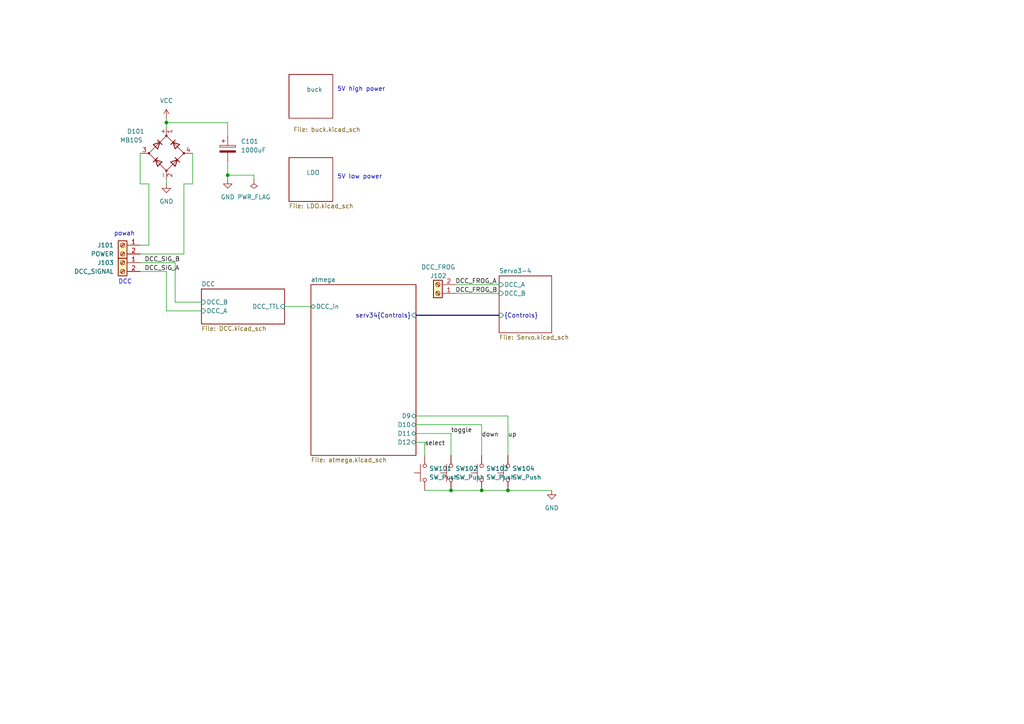
<source format=kicad_sch>
(kicad_sch (version 20230121) (generator eeschema)
  (paper "A4")
  (title_block (title "OS-ServoDriver") (company "Train-Science"))
  (lib_symbols
    (symbol "Connector:Screw_Terminal_01x02" (pin_names (offset 1.016) hide)
      (property "Reference" "J" (at 0 2.54 0))
      (property "Value" "Screw_Terminal_01x02" (at 0 -5.08 0))
      (symbol "Screw_Terminal_01x02_1_1"
        (rectangle (start -1.27 1.27) (end 1.27 -3.81) (stroke (width 0.254)) (fill (type background)))
        (circle (center 0 -2.54) (radius 0.635) (stroke (width 0.1524)))
        (polyline (pts (xy -0.5334 -2.2098) (xy 0.3302 -3.048)) (stroke (width 0.1524)))
        (polyline (pts (xy -0.5334 0.3302) (xy 0.3302 -0.508)) (stroke (width 0.1524)))
        (polyline (pts (xy -0.3556 -2.032) (xy 0.508 -2.8702)) (stroke (width 0.1524)))
        (polyline (pts (xy -0.3556 0.508) (xy 0.508 -0.3302)) (stroke (width 0.1524)))
        (circle (center 0 0) (radius 0.635) (stroke (width 0.1524)))
        (pin passive line (at -5.08 0 0) (length 3.81) (name "Pin_1") (number "1"))
        (pin passive line (at -5.08 -2.54 0) (length 3.81) (name "Pin_2") (number "2"))
      )
    )
    (symbol "Device:C_Polarized" (pin_numbers hide) (pin_names (offset 0.254))
      (property "Reference" "C" (at 0.635 2.54 0))
      (property "Value" "C_Polarized" (at 0.635 -2.54 0))
      (symbol "C_Polarized_0_1"
        (rectangle (start -2.286 0.508) (end 2.286 1.016))
        (polyline (pts (xy -1.778 2.286) (xy -0.762 2.286)))
        (polyline (pts (xy -1.27 2.794) (xy -1.27 1.778)))
        (rectangle (start 2.286 -0.508) (end -2.286 -1.016) (fill (type outline)))
      )
      (symbol "C_Polarized_1_1"
        (pin passive line (at 0 3.81 270) (length 2.794) (name "~") (number "1"))
        (pin passive line (at 0 -3.81 90) (length 2.794) (name "~") (number "2"))
      )
    )
    (symbol "custom_kicad_lib_sk:MB10S" (pin_names (offset 0))
      (property "Reference" "D" (at 2.54 6.985 0))
      (property "Value" "MB10S" (at 2.54 5.08 0))
      (symbol "MB10S_0_1"
        (circle (center -5.08 0) (radius 0.254) (fill (type outline)))
        (circle (center 0 -5.08) (radius 0.254) (fill (type outline)))
        (polyline (pts (xy -2.54 3.81) (xy -1.27 2.54)) (stroke (width 0.254)))
        (polyline (pts (xy -1.27 -2.54) (xy -2.54 -3.81)) (stroke (width 0.254)))
        (polyline (pts (xy 2.54 -1.27) (xy 3.81 -2.54)) (stroke (width 0.254)))
        (polyline (pts (xy 2.54 1.27) (xy 3.81 2.54)) (stroke (width 0.254)))
        (polyline (pts (xy -3.81 2.54) (xy -2.54 1.27) (xy -1.905 3.175) (xy -3.81 2.54)) (stroke (width 0.254)))
        (polyline (pts (xy -2.54 -1.27) (xy -3.81 -2.54) (xy -1.905 -3.175) (xy -2.54 -1.27)) (stroke (width 0.254)))
        (polyline (pts (xy 1.27 2.54) (xy 2.54 3.81) (xy 3.175 1.905) (xy 1.27 2.54)) (stroke (width 0.254)))
        (polyline (pts (xy 3.175 -1.905) (xy 1.27 -2.54) (xy 2.54 -3.81) (xy 3.175 -1.905)) (stroke (width 0.254)))
        (polyline (pts (xy -5.08 0) (xy 0 -5.08) (xy 5.08 0) (xy 0 5.08) (xy -5.08 0)))
        (circle (center 0 5.08) (radius 0.254) (fill (type outline)))
        (circle (center 5.08 0) (radius 0.254) (fill (type outline)))
      )
      (symbol "MB10S_1_1"
        (pin passive line (at 7.62 0 180) (length 2.54) (name "+") (number "1"))
        (pin passive line (at -7.62 0 0) (length 2.54) (name "-") (number "2"))
        (pin passive line (at 0 7.62 270) (length 2.54) (name "~") (number "3"))
        (pin passive line (at 0 -7.62 90) (length 2.54) (name "~") (number "4"))
      )
    )
    (symbol "custom_kicad_lib_sk:tactile_SMD_6mm" (pin_numbers hide) (pin_names (offset 1.016) hide)
      (property "Reference" "SW" (at 1.27 2.54 0))
      (property "Value" "SW_Push" (at 0 -1.524 0))
      (symbol "tactile_SMD_6mm_0_1"
        (circle (center -2.032 0) (radius 0.508))
        (polyline (pts (xy 0 1.27) (xy 0 3.048)))
        (polyline (pts (xy 2.54 1.27) (xy -2.54 1.27)))
        (circle (center 2.032 0) (radius 0.508))
        (pin passive line (at -5.08 0 0) (length 2.54) (name "1") (number "1"))
        (pin passive line (at 5.08 0 180) (length 2.54) (name "2") (number "2"))
      )
    )
    (symbol "power:GND" (power) (pin_names (offset 0))
      (property "Value" "GND" (at 0 -3.81 0))
      (symbol "GND_0_1"
        (polyline (pts (xy 0 0) (xy 0 -1.27) (xy 1.27 -1.27) (xy 0 -2.54) (xy -1.27 -1.27) (xy 0 -1.27)))
      )
      (symbol "GND_1_1"
        (pin power_in line (at 0 0 270) (length 0) hide (name "GND") (number "1"))
      )
    )
    (symbol "power:PWR_FLAG" (power) (pin_numbers hide) (pin_names (offset 0) hide)
      (property "Value" "PWR_FLAG" (at 0 3.81 0))
      (symbol "PWR_FLAG_0_0"
        (pin power_out line (at 0 0 90) (length 0) (name "pwr") (number "1"))
      )
      (symbol "PWR_FLAG_0_1"
        (polyline (pts (xy 0 0) (xy 0 1.27) (xy -1.016 1.905) (xy 0 2.54) (xy 1.016 1.905) (xy 0 1.27)))
      )
    )
    (symbol "power:VCC" (power) (pin_names (offset 0))
      (property "Value" "VCC" (at 0 3.81 0))
      (symbol "VCC_0_1"
        (polyline (pts (xy -0.762 1.27) (xy 0 2.54)))
        (polyline (pts (xy 0 0) (xy 0 2.54)))
        (polyline (pts (xy 0 2.54) (xy 0.762 1.27)))
      )
      (symbol "VCC_1_1"
        (pin power_in line (at 0 0 90) (length 0) hide (name "VCC") (number "1"))
      )
    )
  )
  (bus_alias "Controls" (members "Servo1" "Servo2" "Relay1" "Relay2" "Relay3" "Relay4"))
  (junction (at 48.26 35.56))
  (junction (at 130.81 142.24))
  (junction (at 139.7 142.24))
  (junction (at 147.32 142.24))
  (junction (at 66.04 50.8))
  (wire (pts (xy 82.55 88.9) (xy 90.17 88.9)))
  (wire (pts (xy 66.04 50.8) (xy 73.66 50.8)))
  (wire (pts (xy 66.04 50.8) (xy 66.04 52.07)))
  (wire (pts (xy 48.26 90.17) (xy 58.42 90.17)))
  (wire (pts (xy 50.8 76.2) (xy 50.8 87.63)))
  (wire (pts (xy 139.7 123.19) (xy 139.7 132.08)))
  (wire (pts (xy 123.19 142.24) (xy 130.81 142.24)))
  (wire (pts (xy 132.08 85.09) (xy 144.78 85.09)))
  (wire (pts (xy 132.08 82.55) (xy 144.78 82.55)))
  (wire (pts (xy 120.65 125.73) (xy 130.81 125.73)))
  (wire (pts (xy 120.65 123.19) (xy 139.7 123.19)))
  (wire (pts (xy 53.34 73.66) (xy 53.34 53.34)))
  (wire (pts (xy 147.32 120.65) (xy 147.32 132.08)))
  (wire (pts (xy 48.26 36.83) (xy 48.26 35.56)))
  (wire (pts (xy 50.8 87.63) (xy 58.42 87.63)))
  (wire (pts (xy 40.64 76.2) (xy 50.8 76.2)))
  (wire (pts (xy 130.81 142.24) (xy 139.7 142.24)))
  (wire (pts (xy 123.19 128.27) (xy 120.65 128.27)))
  (wire (pts (xy 120.65 120.65) (xy 147.32 120.65)))
  (wire (pts (xy 66.04 46.99) (xy 66.04 50.8)))
  (wire (pts (xy 73.66 52.07) (xy 73.66 50.8)))
  (wire (pts (xy 55.88 53.34) (xy 55.88 44.45)))
  (wire (pts (xy 40.64 71.12) (xy 43.18 71.12)))
  (wire (pts (xy 147.32 142.24) (xy 160.02 142.24)))
  (wire (pts (xy 48.26 53.34) (xy 48.26 52.07)))
  (wire (pts (xy 139.7 142.24) (xy 147.32 142.24)))
  (wire (pts (xy 40.64 73.66) (xy 53.34 73.66)))
  (wire (pts (xy 53.34 53.34) (xy 55.88 53.34)))
  (wire (pts (xy 40.64 78.74) (xy 48.26 78.74)))
  (wire (pts (xy 66.04 35.56) (xy 66.04 39.37)))
  (wire (pts (xy 43.18 71.12) (xy 43.18 53.34)))
  (wire (pts (xy 40.64 44.45) (xy 40.64 53.34)))
  (wire (pts (xy 48.26 78.74) (xy 48.26 90.17)))
  (wire (pts (xy 43.18 53.34) (xy 40.64 53.34)))
  (wire (pts (xy 48.26 35.56) (xy 66.04 35.56)))
  (bus (pts (xy 120.65 91.44) (xy 144.78 91.44)))
  (wire (pts (xy 48.26 34.29) (xy 48.26 35.56)))
  (wire (pts (xy 123.19 132.08) (xy 123.19 128.27)))
  (wire (pts (xy 130.81 132.08) (xy 130.81 125.73)))
  (text "powah" (at 33.02 68.58 0) (effects (font (size 1.27 1.27)) (justify left bottom)))
  (text "5V high power" (at 97.79 26.67 0) (effects (font (size 1.27 1.27)) (justify left bottom)))
  (text "DCC" (at 34.29 82.55 0) (effects (font (size 1.27 1.27)) (justify left bottom)))
  (text "5V low power" (at 97.79 52.07 0) (effects (font (size 1.27 1.27)) (justify left bottom)))
  (label "toggle" (at 130.81 125.73 0))
  (label "DCC_SIG_A" (at 41.91 78.74 0))
  (label "down" (at 139.7 127 0))
  (label "up" (at 147.32 127 0))
  (label "DCC_SIG_B" (at 41.91 76.2 0))
  (label "select" (at 123.19 129.54 0))
  (label "DCC_FROG_A" (at 132.08 82.55 0))
  (label "DCC_FROG_B" (at 132.08 85.09 0))
  (symbol (lib_id "custom_kicad_lib_sk:tactile_SMD_6mm") (at 123.19 137.16 90) (unit 1)
    (property "Reference" "SW101" (at 124.46 135.89 90) (effects (justify right)))
    (property "Value" "SW_Push" (at 124.46 138.43 90) (effects (justify right)))
    (property "Footprint" "custom_kicad_lib_sk:tactile_SMD_6mm" (effects hide))
    (property "JLCPCB Part#" "C294567" (effects hide))
  )
  (symbol (lib_id "Device:C_Polarized") (at 66.04 43.18 0) (unit 1)
    (property "Reference" "C101" (at 69.85 41.021 0) (effects (justify left)))
    (property "Value" "1000uF" (at 69.85 43.561 0) (effects (justify left)))
    (property "Footprint" "Capacitor_SMD:CP_Elec_8x10.5" (effects hide))
    (property "JLCPCB Part#" "C5162347" (effects hide))
  )
  (symbol (lib_id "power:PWR_FLAG") (at 73.66 52.07 180) (unit 1)
    (property "Reference" "#FLG0703" (effects hide))
    (property "Value" "PWR_FLAG" (at 73.66 57.15 0))
  )
  (symbol (lib_id "custom_kicad_lib_sk:tactile_SMD_6mm") (at 147.32 137.16 90) (unit 1)
    (property "Reference" "SW104" (at 148.59 135.89 90) (effects (justify right)))
    (property "Value" "SW_Push" (at 148.59 138.43 90) (effects (justify right)))
    (property "Footprint" "custom_kicad_lib_sk:tactile_SMD_6mm" (effects hide))
    (property "JLCPCB Part#" "C294567" (effects hide))
  )
  (symbol (lib_id "Connector:Screw_Terminal_01x02") (at 127 85.09 180) (unit 1)
    (property "Reference" "J102" (at 129.54 80.01 0) (effects (justify left)))
    (property "Value" "DCC_FROG" (at 132.08 77.47 0) (effects (justify left)))
    (property "Footprint" "TerminalBlock_Phoenix:TerminalBlock_Phoenix_MKDS-1,5-2-5.08_1x02_P5.08mm_Horizontal" (effects hide))
    (property "JLCPCB Part#" "C8465" (effects hide))
  )
  (symbol (lib_id "power:GND") (at 66.04 52.07 0) (unit 1)
    (property "Reference" "#PWR0101" (effects hide))
    (property "Value" "GND" (at 66.04 57.15 0))
  )
  (symbol (lib_id "power:VCC") (at 48.26 34.29 0) (unit 1)
    (property "Reference" "#PWR0708" (effects hide))
    (property "Value" "VCC" (at 48.26 29.21 0))
  )
  (symbol (lib_id "custom_kicad_lib_sk:tactile_SMD_6mm") (at 139.7 137.16 90) (unit 1)
    (property "Reference" "SW103" (at 140.97 135.89 90) (effects (justify right)))
    (property "Value" "SW_Push" (at 140.97 138.43 90) (effects (justify right)))
    (property "Footprint" "custom_kicad_lib_sk:tactile_SMD_6mm" (effects hide))
    (property "JLCPCB Part#" "C294567" (effects hide))
  )
  (symbol (lib_id "power:GND") (at 48.26 53.34 0) (unit 1)
    (property "Reference" "#PWR0709" (effects hide))
    (property "Value" "GND" (at 48.26 58.42 0))
  )
  (symbol (lib_id "custom_kicad_lib_sk:tactile_SMD_6mm") (at 130.81 137.16 90) (unit 1)
    (property "Reference" "SW102" (at 132.08 135.89 90) (effects (justify right)))
    (property "Value" "SW_Push" (at 132.08 138.43 90) (effects (justify right)))
    (property "Footprint" "custom_kicad_lib_sk:tactile_SMD_6mm" (effects hide))
    (property "JLCPCB Part#" "C294567" (effects hide))
  )
  (symbol (lib_id "power:GND") (at 160.02 142.24 0) (unit 1)
    (property "Reference" "#PWR0701" (effects hide))
    (property "Value" "GND" (at 160.02 147.32 0))
  )
  (symbol (lib_id "Connector:Screw_Terminal_01x02") (at 35.56 76.2 0) (mirror y) (unit 1)
    (property "Reference" "J103" (at 33.02 76.2 0) (effects (justify left)))
    (property "Value" "DCC_SIGNAL" (at 33.02 78.74 0) (effects (justify left)))
    (property "Footprint" "TerminalBlock_Phoenix:TerminalBlock_Phoenix_MKDS-1,5-2-5.08_1x02_P5.08mm_Horizontal" (effects hide))
    (property "JLCPCB Part#" "C8465" (effects hide))
  )
  (symbol (lib_id "custom_kicad_lib_sk:MB10S") (at 48.26 44.45 90) (unit 1)
    (property "Reference" "D101" (at 39.37 38.1 90))
    (property "Value" "MB10S" (at 38.1 40.64 90))
    (property "Footprint" "Package_TO_SOT_SMD:TO-269AA" (effects hide))
    (property "JLCPCB Part#" "C2488" (effects hide))
  )
  (symbol (lib_id "Connector:Screw_Terminal_01x02") (at 35.56 71.12 0) (mirror y) (unit 1)
    (property "Reference" "J101" (at 33.02 71.12 0) (effects (justify left)))
    (property "Value" "POWER" (at 33.02 73.66 0) (effects (justify left)))
    (property "Footprint" "TerminalBlock_Phoenix:TerminalBlock_Phoenix_MKDS-1,5-2-5.08_1x02_P5.08mm_Horizontal" (effects hide))
    (property "JLCPCB Part#" "C8465" (effects hide))
  )
  (sheet (at 83.82 21.59) (size 12.7 12.7) (stroke (width 0.1524))
    (property "Sheetname" "buck" (at 88.9 26.67 0) (effects (justify left bottom)))
    (property "Sheetfile" "buck.kicad_sch" (at 85.09 36.83 0) (effects (justify left top)))
  )
  (sheet (at 83.82 45.72) (size 12.7 12.7) (stroke (width 0.1524))
    (property "Sheetname" "LDO" (at 88.9 50.8 0) (effects (justify left bottom)))
    (property "Sheetfile" "LDO.kicad_sch" (at 83.82 59.0046 0) (effects (justify left top)))
  )
  (sheet (at 144.78 80.01) (size 15.24 16.51) (stroke (width 0.1524))
    (property "Sheetname" "Servo3-4" (at 144.78 79.2984 0) (effects (justify left bottom)))
    (property "Sheetfile" "Servo.kicad_sch" (at 144.78 97.1046 0) (effects (justify left top)))
    (pin "DCC_A" input (at 144.78 82.55 180))
    (pin "DCC_B" input (at 144.78 85.09 180))
    (pin "{Controls}" input (at 144.78 91.44 180))
  )
  (sheet (at 90.17 82.55) (size 30.48 49.53) (stroke (width 0.1524))
    (property "Sheetname" "atmega" (at 90.17 81.8384 0) (effects (justify left bottom)))
    (property "Sheetfile" "atmega.kicad_sch" (at 90.17 132.6646 0) (effects (justify left top)))
    (pin "DCC_in" bidirectional (at 90.17 88.9 180))
    (pin "D9" bidirectional (at 120.65 120.65 0))
    (pin "D11" bidirectional (at 120.65 125.73 0))
    (pin "D10" bidirectional (at 120.65 123.19 0))
    (pin "D12" bidirectional (at 120.65 128.27 0))
    (pin "serv34{Controls}" input (at 120.65 91.44 0))
  )
  (sheet (at 58.42 83.82) (size 24.13 10.16) (stroke (width 0.1524))
    (property "Sheetname" "DCC" (at 58.42 83.1084 0) (effects (justify left bottom)))
    (property "Sheetfile" "DCC.kicad_sch" (at 58.42 94.5646 0) (effects (justify left top)))
    (pin "DCC_B" input (at 58.42 87.63 180))
    (pin "DCC_A" input (at 58.42 90.17 180))
    (pin "DCC_TTL" input (at 82.55 88.9 0))
  )
)
</source>
